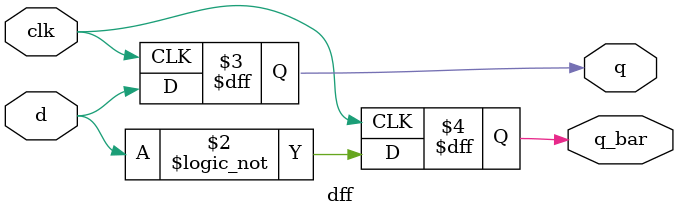
<source format=v>
`timescale 1ns / 1ps

module dff(d, clk, q, q_bar);
input d, clk;
output q, q_bar;
wire d, clk;
reg q, q_bar;

always @ (posedge clk)
begin
    q<=d;
    q_bar<= !d;
end
endmodule

</source>
